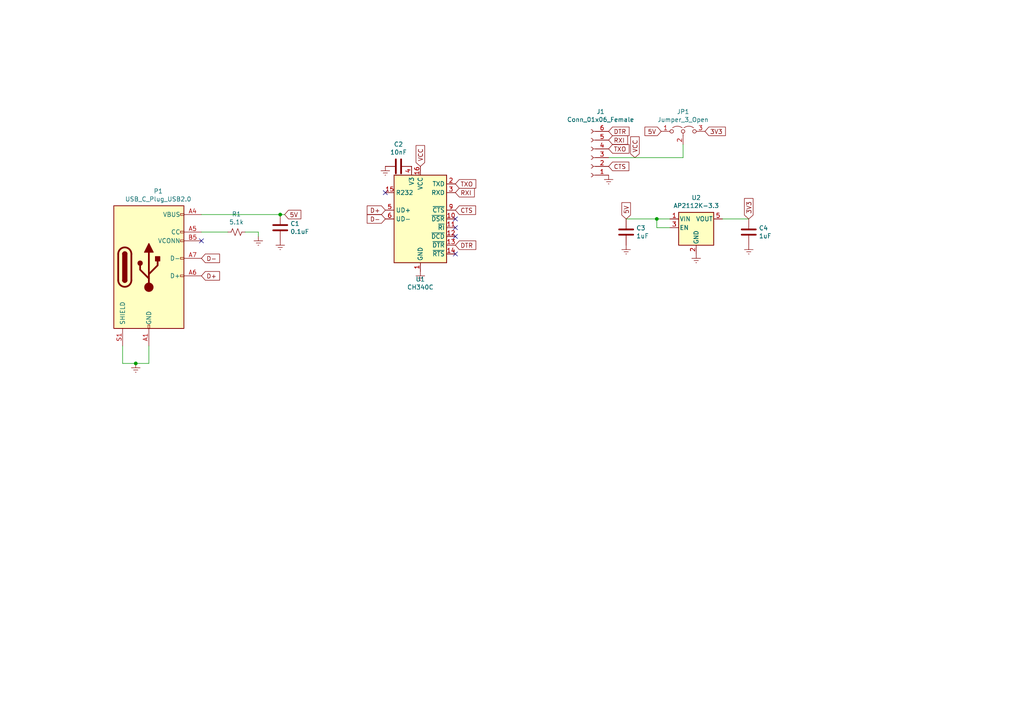
<source format=kicad_sch>
(kicad_sch (version 20231120) (generator "eeschema") (generator_version "8.0")
  (paper "A4")
  (title_block (title "UART Expansion Card") (date "2022-05-27") (rev "B") (company "Josh Cook"))
  (lib_symbols
    (symbol "Connector:USB_C_Plug_USB2.0" (pin_names (offset 1.016))
      (property "Reference" "P" (at -10.16 19.05 0))
      (property "Value" "USB_C_Plug_USB2.0" (at 12.7 19.05 0))
      (symbol "USB_C_Plug_USB2.0_0_0"
        (rectangle (start -0.254 -17.78) (end 0.254 -16.764))
        (rectangle (start 10.16 -2.286) (end 9.144 -2.794))
        (rectangle (start 10.16 2.794) (end 9.144 2.286))
        (rectangle (start 10.16 7.874) (end 9.144 7.366))
        (rectangle (start 10.16 10.414) (end 9.144 9.906))
        (rectangle (start 10.16 15.494) (end 9.144 14.986))
      )
      (symbol "USB_C_Plug_USB2.0_0_1"
        (rectangle (start -10.16 17.78) (end 10.16 -17.78) (stroke (width 0.254)) (fill (type background)))
        (arc (start -8.89 -3.81) (mid -6.985 -5.7067) (end -5.08 -3.81) (stroke (width 0.508)))
        (arc (start -7.62 -3.81) (mid -6.985 -4.4423) (end -6.35 -3.81) (stroke (width 0.254)))
        (arc (start -7.62 -3.81) (mid -6.985 -4.4423) (end -6.35 -3.81) (stroke (width 0.254)) (fill (type outline)))
        (rectangle (start -7.62 -3.81) (end -6.35 3.81) (stroke (width 0.254)) (fill (type outline)))
        (arc (start -6.35 3.81) (mid -6.985 4.4423) (end -7.62 3.81) (stroke (width 0.254)))
        (arc (start -6.35 3.81) (mid -6.985 4.4423) (end -7.62 3.81) (stroke (width 0.254)) (fill (type outline)))
        (arc (start -5.08 3.81) (mid -6.985 5.7067) (end -8.89 3.81) (stroke (width 0.508)))
        (circle (center -2.54 1.143) (radius 0.635) (stroke (width 0.254)) (fill (type outline)))
        (circle (center 0 -5.842) (radius 1.27) (fill (type outline)))
        (polyline (pts (xy -8.89 -3.81) (xy -8.89 3.81)) (stroke (width 0.508)))
        (polyline (pts (xy -5.08 3.81) (xy -5.08 -3.81)) (stroke (width 0.508)))
        (polyline (pts (xy 0 -5.842) (xy 0 4.318)) (stroke (width 0.508)))
        (polyline (pts (xy 0 -3.302) (xy -2.54 -0.762) (xy -2.54 0.508)) (stroke (width 0.508)))
        (polyline (pts (xy 0 -2.032) (xy 2.54 0.508) (xy 2.54 1.778)) (stroke (width 0.508)))
        (polyline (pts (xy -1.27 4.318) (xy 0 6.858) (xy 1.27 4.318) (xy -1.27 4.318)) (stroke (width 0.254)) (fill (type outline)))
        (rectangle (start 1.905 1.778) (end 3.175 3.048) (stroke (width 0.254)) (fill (type outline)))
      )
      (symbol "USB_C_Plug_USB2.0_1_1"
        (pin passive line (at 0 -22.86 90) (length 5.08) (name "GND") (number "A1"))
        (pin passive line (at 0 -22.86 90) (length 5.08) hide (name "GND") (number "A12"))
        (pin passive line (at 15.24 15.24 180) (length 5.08) (name "VBUS") (number "A4"))
        (pin bidirectional line (at 15.24 10.16 180) (length 5.08) (name "CC") (number "A5"))
        (pin bidirectional line (at 15.24 -2.54 180) (length 5.08) (name "D+") (number "A6"))
        (pin bidirectional line (at 15.24 2.54 180) (length 5.08) (name "D-") (number "A7"))
        (pin passive line (at 15.24 15.24 180) (length 5.08) hide (name "VBUS") (number "A9"))
        (pin passive line (at 0 -22.86 90) (length 5.08) hide (name "GND") (number "B1"))
        (pin passive line (at 0 -22.86 90) (length 5.08) hide (name "GND") (number "B12"))
        (pin passive line (at 15.24 15.24 180) (length 5.08) hide (name "VBUS") (number "B4"))
        (pin bidirectional line (at 15.24 7.62 180) (length 5.08) (name "VCONN") (number "B5"))
        (pin passive line (at 15.24 15.24 180) (length 5.08) hide (name "VBUS") (number "B9"))
        (pin passive line (at -7.62 -22.86 90) (length 5.08) (name "SHIELD") (number "S1"))
      )
    )
    (symbol "Device:C" (pin_numbers hide) (pin_names (offset 0.254))
      (property "Reference" "C" (at 0.635 2.54 0))
      (property "Value" "C" (at 0.635 -2.54 0))
      (symbol "C_0_1"
        (polyline (pts (xy -2.032 -0.762) (xy 2.032 -0.762)) (stroke (width 0.508)))
        (polyline (pts (xy -2.032 0.762) (xy 2.032 0.762)) (stroke (width 0.508)))
      )
      (symbol "C_1_1"
        (pin passive line (at 0 3.81 270) (length 2.794) (name "~") (number "1"))
        (pin passive line (at 0 -3.81 90) (length 2.794) (name "~") (number "2"))
      )
    )
    (symbol "Device:R_Small_US" (pin_numbers hide) (pin_names (offset 0.254) hide)
      (property "Reference" "R" (at 0.762 0.508 0))
      (property "Value" "R_Small_US" (at 0.762 -1.016 0))
      (symbol "R_Small_US_1_1"
        (polyline (pts (xy 0 0) (xy 1.016 -0.381) (xy 0 -0.762) (xy -1.016 -1.143) (xy 0 -1.524)))
        (polyline (pts (xy 0 1.524) (xy 1.016 1.143) (xy 0 0.762) (xy -1.016 0.381) (xy 0 0)))
        (pin passive line (at 0 2.54 270) (length 1.016) (name "~") (number "1"))
        (pin passive line (at 0 -2.54 90) (length 1.016) (name "~") (number "2"))
      )
    )
    (symbol "Interface_USB:CH340C"
      (property "Reference" "U" (at -5.08 13.97 0))
      (property "Value" "CH340C" (at 1.27 13.97 0))
      (symbol "CH340C_0_1"
        (rectangle (start -7.62 12.7) (end 7.62 -12.7) (stroke (width 0.254)) (fill (type background)))
      )
      (symbol "CH340C_1_1"
        (pin power_in line (at 0 -15.24 90) (length 2.54) (name "GND") (number "1"))
        (pin input line (at 10.16 0 180) (length 2.54) (name "~{DSR}") (number "10"))
        (pin input line (at 10.16 -2.54 180) (length 2.54) (name "~{RI}") (number "11"))
        (pin input line (at 10.16 -5.08 180) (length 2.54) (name "~{DCD}") (number "12"))
        (pin output line (at 10.16 -7.62 180) (length 2.54) (name "~{DTR}") (number "13"))
        (pin output line (at 10.16 -10.16 180) (length 2.54) (name "~{RTS}") (number "14"))
        (pin input line (at -10.16 7.62 0) (length 2.54) (name "R232") (number "15"))
        (pin power_in line (at 0 15.24 270) (length 2.54) (name "VCC") (number "16"))
        (pin output line (at 10.16 10.16 180) (length 2.54) (name "TXD") (number "2"))
        (pin input line (at 10.16 7.62 180) (length 2.54) (name "RXD") (number "3"))
        (pin passive line (at -2.54 15.24 270) (length 2.54) (name "V3") (number "4"))
        (pin bidirectional line (at -10.16 2.54 0) (length 2.54) (name "UD+") (number "5"))
        (pin bidirectional line (at -10.16 0 0) (length 2.54) (name "UD-") (number "6"))
        (pin no_connect line (at -7.62 -7.62 0) (length 2.54) hide (name "NC") (number "7"))
        (pin no_connect line (at -7.62 -10.16 0) (length 2.54) hide (name "NC") (number "8"))
        (pin input line (at 10.16 2.54 180) (length 2.54) (name "~{CTS}") (number "9"))
      )
    )
    (symbol "Regulator_Linear:AP2112K-3.3" (pin_names (offset 0.254))
      (property "Reference" "U" (at -5.08 5.715 0))
      (property "Value" "AP2112K-3.3" (at 0 5.715 0))
      (symbol "AP2112K-3.3_0_1"
        (rectangle (start -5.08 4.445) (end 5.08 -5.08) (stroke (width 0.254)) (fill (type background)))
      )
      (symbol "AP2112K-3.3_1_1"
        (pin power_in line (at -7.62 2.54 0) (length 2.54) (name "VIN") (number "1"))
        (pin power_in line (at 0 -7.62 90) (length 2.54) (name "GND") (number "2"))
        (pin input line (at -7.62 0 0) (length 2.54) (name "EN") (number "3"))
        (pin no_connect line (at 5.08 0 180) (length 2.54) hide (name "NC") (number "4"))
        (pin power_out line (at 7.62 2.54 180) (length 2.54) (name "VOUT") (number "5"))
      )
    )
    (symbol "USB-C to TLL UART-rescue:Conn_01x06_Female-Connector" (pin_names (offset 1.016) hide)
      (property "Reference" "J" (at 0 7.62 0))
      (property "Value" "Connector_Conn_01x06_Female" (at 0 -10.16 0))
      (symbol "Conn_01x06_Female-Connector_1_1"
        (arc (start 0 -7.112) (mid -0.5058 -7.62) (end 0 -8.128) (stroke (width 0.1524)))
        (arc (start 0 -4.572) (mid -0.5058 -5.08) (end 0 -5.588) (stroke (width 0.1524)))
        (arc (start 0 -2.032) (mid -0.5058 -2.54) (end 0 -3.048) (stroke (width 0.1524)))
        (polyline (pts (xy -1.27 -7.62) (xy -0.508 -7.62)) (stroke (width 0.1524)))
        (polyline (pts (xy -1.27 -5.08) (xy -0.508 -5.08)) (stroke (width 0.1524)))
        (polyline (pts (xy -1.27 -2.54) (xy -0.508 -2.54)) (stroke (width 0.1524)))
        (polyline (pts (xy -1.27 0) (xy -0.508 0)) (stroke (width 0.1524)))
        (polyline (pts (xy -1.27 2.54) (xy -0.508 2.54)) (stroke (width 0.1524)))
        (polyline (pts (xy -1.27 5.08) (xy -0.508 5.08)) (stroke (width 0.1524)))
        (arc (start 0 0.508) (mid -0.5058 0) (end 0 -0.508) (stroke (width 0.1524)))
        (arc (start 0 3.048) (mid -0.5058 2.54) (end 0 2.032) (stroke (width 0.1524)))
        (arc (start 0 5.588) (mid -0.5058 5.08) (end 0 4.572) (stroke (width 0.1524)))
        (pin passive line (at -5.08 5.08 0) (length 3.81) (name "Pin_1") (number "1"))
        (pin passive line (at -5.08 2.54 0) (length 3.81) (name "Pin_2") (number "2"))
        (pin passive line (at -5.08 0 0) (length 3.81) (name "Pin_3") (number "3"))
        (pin passive line (at -5.08 -2.54 0) (length 3.81) (name "Pin_4") (number "4"))
        (pin passive line (at -5.08 -5.08 0) (length 3.81) (name "Pin_5") (number "5"))
        (pin passive line (at -5.08 -7.62 0) (length 3.81) (name "Pin_6") (number "6"))
      )
    )
    (symbol "USB-C to TLL UART-rescue:Jumper_3_Open-Jumper" (pin_names (offset 0) hide)
      (property "Reference" "JP" (at -2.54 -2.54 0))
      (property "Value" "Jumper_Jumper_3_Open" (at 0 2.794 0))
      (symbol "Jumper_3_Open-Jumper_0_0"
        (circle (center -3.302 0) (radius 0.508))
        (circle (center 0 0) (radius 0.508))
        (circle (center 3.302 0) (radius 0.508))
      )
      (symbol "Jumper_3_Open-Jumper_0_1"
        (arc (start -0.254 1.016) (mid -1.651 1.4992) (end -3.048 1.016))
        (polyline (pts (xy 0 -0.508) (xy 0 -1.27)))
        (arc (start 3.048 1.016) (mid 1.651 1.4992) (end 0.254 1.016))
      )
      (symbol "Jumper_3_Open-Jumper_1_1"
        (pin passive line (at -6.35 0 0) (length 2.54) (name "A") (number "1"))
        (pin input line (at 0 -3.81 90) (length 2.54) (name "C") (number "2"))
        (pin passive line (at 6.35 0 180) (length 2.54) (name "B") (number "3"))
      )
    )
    (symbol "power:Earth" (power) (pin_names (offset 0))
      (symbol "Earth_0_1"
        (polyline (pts (xy -0.635 -1.905) (xy 0.635 -1.905)))
        (polyline (pts (xy -0.127 -2.54) (xy 0.127 -2.54)))
        (polyline (pts (xy 0 -1.27) (xy 0 0)))
        (polyline (pts (xy 1.27 -1.27) (xy -1.27 -1.27)))
      )
      (symbol "Earth_1_1"
        (pin power_in line (at 0 0 270) (length 0) hide (name "Earth") (number "1"))
      )
    )
  )
  (junction (at 39.37 105.41))
  (junction (at 190.5 63.5))
  (junction (at 81.28 62.23))
  (no_connect (at 58.42 69.85))
  (no_connect (at 132.08 68.58))
  (no_connect (at 111.76 55.88))
  (no_connect (at 132.08 63.5))
  (no_connect (at 132.08 73.66))
  (no_connect (at 132.08 66.04))
  (wire (pts (xy 43.18 105.41) (xy 39.37 105.41)))
  (wire (pts (xy 35.56 105.41) (xy 35.56 100.33)))
  (wire (pts (xy 43.18 100.33) (xy 43.18 105.41)))
  (wire (pts (xy 190.5 66.04) (xy 190.5 63.5)))
  (wire (pts (xy 66.04 67.31) (xy 58.42 67.31)))
  (wire (pts (xy 194.31 66.04) (xy 190.5 66.04)))
  (wire (pts (xy 181.61 63.5) (xy 190.5 63.5)))
  (wire (pts (xy 39.37 105.41) (xy 35.56 105.41)))
  (wire (pts (xy 217.17 63.5) (xy 209.55 63.5)))
  (wire (pts (xy 81.28 62.23) (xy 58.42 62.23)))
  (wire (pts (xy 82.55 62.23) (xy 81.28 62.23)))
  (wire (pts (xy 198.12 41.91) (xy 198.12 45.72)))
  (wire (pts (xy 190.5 63.5) (xy 194.31 63.5)))
  (wire (pts (xy 198.12 45.72) (xy 176.53 45.72)))
  (wire (pts (xy 74.93 68.58) (xy 74.93 67.31)))
  (wire (pts (xy 74.93 67.31) (xy 71.12 67.31)))
  (global_label "VCC" (shape input) (at 184.15 45.72 90) (property "Intersheetrefs" "${INTERSHEET_REFS}" (effects (hide yes))))
  (global_label "RXI" (shape input) (at 176.53 40.64 0) (property "Intersheetrefs" "${INTERSHEET_REFS}" (effects (hide yes))))
  (global_label "VCC" (shape input) (at 121.92 48.26 90) (property "Intersheetrefs" "${INTERSHEET_REFS}" (effects (hide yes))))
  (global_label "D+" (shape input) (at 58.42 80.01 0) (property "Intersheetrefs" "${INTERSHEET_REFS}" (effects (hide yes))))
  (global_label "CTS" (shape input) (at 176.53 48.26 0) (property "Intersheetrefs" "${INTERSHEET_REFS}" (effects (hide yes))))
  (global_label "3V3" (shape input) (at 204.47 38.1 0) (property "Intersheetrefs" "${INTERSHEET_REFS}" (effects (hide yes))))
  (global_label "5V" (shape input) (at 181.61 63.5 90) (property "Intersheetrefs" "${INTERSHEET_REFS}" (effects (hide yes))))
  (global_label "D-" (shape input) (at 111.76 63.5 180) (property "Intersheetrefs" "${INTERSHEET_REFS}" (effects (hide yes))))
  (global_label "CTS" (shape input) (at 132.08 60.96 0) (property "Intersheetrefs" "${INTERSHEET_REFS}" (effects (hide yes))))
  (global_label "5V" (shape input) (at 82.55 62.23 0) (property "Intersheetrefs" "${INTERSHEET_REFS}" (effects (hide yes))))
  (global_label "RXI" (shape input) (at 132.08 55.88 0) (property "Intersheetrefs" "${INTERSHEET_REFS}" (effects (hide yes))))
  (global_label "DTR" (shape input) (at 132.08 71.12 0) (property "Intersheetrefs" "${INTERSHEET_REFS}" (effects (hide yes))))
  (global_label "5V" (shape input) (at 191.77 38.1 180) (property "Intersheetrefs" "${INTERSHEET_REFS}" (effects (hide yes))))
  (global_label "3V3" (shape input) (at 217.17 63.5 90) (property "Intersheetrefs" "${INTERSHEET_REFS}" (effects (hide yes))))
  (global_label "TXO" (shape input) (at 132.08 53.34 0) (property "Intersheetrefs" "${INTERSHEET_REFS}" (effects (hide yes))))
  (global_label "DTR" (shape input) (at 176.53 38.1 0) (property "Intersheetrefs" "${INTERSHEET_REFS}" (effects (hide yes))))
  (global_label "D+" (shape input) (at 111.76 60.96 180) (property "Intersheetrefs" "${INTERSHEET_REFS}" (effects (hide yes))))
  (global_label "TXO" (shape input) (at 176.53 43.18 0) (property "Intersheetrefs" "${INTERSHEET_REFS}" (effects (hide yes))))
  (global_label "D-" (shape input) (at 58.42 74.93 0) (property "Intersheetrefs" "${INTERSHEET_REFS}" (effects (hide yes))))
  (symbol (lib_id "Connector:USB_C_Plug_USB2.0") (at 43.18 77.47 0) (unit 1)
    (property "Reference" "P1" (at 45.8978 55.4482 0))
    (property "Value" "USB_C_Plug_USB2.0" (at 45.8978 57.7596 0))
    (property "Footprint" "Expansion_Card:USB_C_Plug_Molex_105444" (effects (hide yes)))
    (property "Datasheet" "https://www.usb.org/sites/default/files/documents/usb_type-c.zip" (effects (hide yes)))
  )
  (symbol (lib_id "Device:R_Small_US") (at 68.58 67.31 270) (unit 1)
    (property "Reference" "R1" (at 68.58 62.103 90))
    (property "Value" "5.1k" (at 68.58 64.4144 90))
    (property "Footprint" "Resistor_SMD:R_0402_1005Metric" (effects (hide yes)))
  )
  (symbol (lib_id "power:Earth") (at 74.93 68.58 0) (unit 1)
    (property "Reference" "#PWR02" (effects (hide yes)))
    (property "Value" "Earth" (effects (hide yes)))
  )
  (symbol (lib_id "power:Earth") (at 39.37 105.41 0) (unit 1)
    (property "Reference" "#PWR01" (effects (hide yes)))
    (property "Value" "Earth" (effects (hide yes)))
  )
  (symbol (lib_id "USB-C to TLL UART-rescue:Conn_01x06_Female-Connector") (at 171.45 45.72 180) (unit 1)
    (property "Reference" "J1" (at 174.1932 32.385 0))
    (property "Value" "Conn_01x06_Female" (at 174.1932 34.6964 0))
    (property "Footprint" "Connector_PinSocket_2.54mm:PinSocket_1x06_P2.54mm_Horizontal" (effects (hide yes)))
  )
  (symbol (lib_id "power:Earth") (at 176.53 50.8 0) (unit 1)
    (property "Reference" "#PWR07" (effects (hide yes)))
    (property "Value" "Earth" (effects (hide yes)))
  )
  (symbol (lib_id "USB-C to TLL UART-rescue:Jumper_3_Open-Jumper") (at 198.12 38.1 0) (unit 1)
    (property "Reference" "JP1" (at 198.12 32.4104 0))
    (property "Value" "Jumper_3_Open" (at 198.12 34.7218 0))
    (property "Footprint" "Connector_PinHeader_2.54mm:PinHeader_1x03_P2.54mm_Horizontal" (effects (hide yes)))
  )
  (symbol (lib_id "Regulator_Linear:AP2112K-3.3") (at 201.93 66.04 0) (unit 1)
    (property "Reference" "U2" (at 201.93 57.3532 0))
    (property "Value" "AP2112K-3.3" (at 201.93 59.6646 0))
    (property "Footprint" "Package_TO_SOT_SMD:SOT-23-5" (effects (hide yes)))
    (property "Datasheet" "https://www.diodes.com/assets/Datasheets/AP2112.pdf" (effects (hide yes)))
  )
  (symbol (lib_id "Device:C") (at 181.61 67.31 0) (unit 1)
    (property "Reference" "C3" (at 184.531 66.1416 0) (effects (justify left)))
    (property "Value" "1uF" (at 184.531 68.453 0) (effects (justify left)))
    (property "Footprint" "Capacitor_SMD:C_0402_1005Metric" (effects (hide yes)))
  )
  (symbol (lib_id "power:Earth") (at 181.61 71.12 0) (unit 1)
    (property "Reference" "#PWR08" (effects (hide yes)))
    (property "Value" "Earth" (effects (hide yes)))
  )
  (symbol (lib_id "power:Earth") (at 201.93 73.66 0) (unit 1)
    (property "Reference" "#PWR09" (effects (hide yes)))
    (property "Value" "Earth" (effects (hide yes)))
  )
  (symbol (lib_id "Device:C") (at 217.17 67.31 0) (unit 1)
    (property "Reference" "C4" (at 220.091 66.1416 0) (effects (justify left)))
    (property "Value" "1uF" (at 220.091 68.453 0) (effects (justify left)))
    (property "Footprint" "Capacitor_SMD:C_0402_1005Metric" (effects (hide yes)))
  )
  (symbol (lib_id "power:Earth") (at 217.17 71.12 0) (unit 1)
    (property "Reference" "#PWR010" (effects (hide yes)))
    (property "Value" "Earth" (effects (hide yes)))
  )
  (symbol (lib_id "Device:C") (at 81.28 66.04 0) (unit 1)
    (property "Reference" "C1" (at 84.201 64.8716 0) (effects (justify left)))
    (property "Value" "0.1uF" (at 84.201 67.183 0) (effects (justify left)))
    (property "Footprint" "Capacitor_SMD:C_0402_1005Metric" (effects (hide yes)))
  )
  (symbol (lib_id "power:Earth") (at 81.28 69.85 0) (unit 1)
    (property "Reference" "#PWR03" (effects (hide yes)))
    (property "Value" "Earth" (effects (hide yes)))
  )
  (symbol (lib_id "Interface_USB:CH340C") (at 121.92 63.5 0) (unit 1)
    (property "Reference" "U1" (at 121.92 81.0006 0))
    (property "Value" "CH340C" (at 121.92 83.312 0))
    (property "Footprint" "Package_SO:SOIC-16_3.9x9.9mm_P1.27mm" (effects (hide yes)))
    (property "Datasheet" "https://datasheet.lcsc.com/szlcsc/Jiangsu-Qin-Heng-CH340C_C84681.pdf" (effects (hide yes)))
  )
  (symbol (lib_id "Device:C") (at 115.57 48.26 270) (unit 1)
    (property "Reference" "C2" (at 115.57 41.8592 90))
    (property "Value" "10nF" (at 115.57 44.1706 90))
    (property "Footprint" "Capacitor_SMD:C_0402_1005Metric" (effects (hide yes)))
  )
  (symbol (lib_id "power:Earth") (at 111.76 48.26 0) (unit 1)
    (property "Reference" "#PWR04" (effects (hide yes)))
    (property "Value" "Earth" (effects (hide yes)))
  )
  (symbol (lib_id "power:Earth") (at 121.92 78.74 0) (unit 1)
    (property "Reference" "#PWR05" (effects (hide yes)))
    (property "Value" "Earth" (effects (hide yes)))
  )
)
</source>
